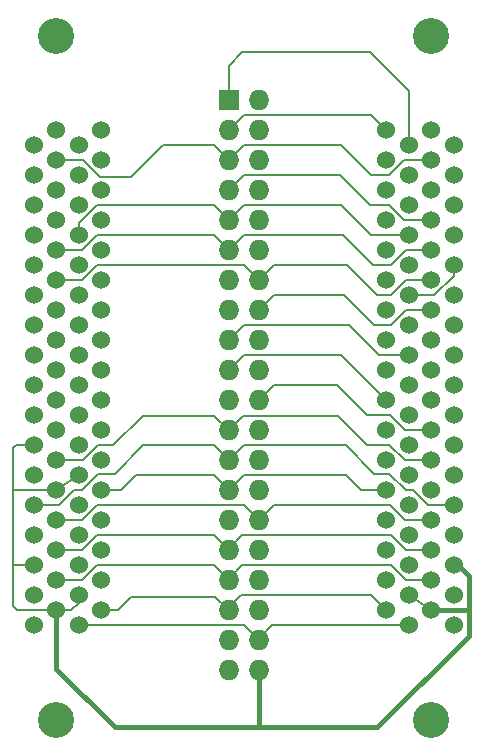
<source format=gbr>
G04 #@! TF.FileFunction,Copper,L1,Top,Signal*
%FSLAX46Y46*%
G04 Gerber Fmt 4.6, Leading zero omitted, Abs format (unit mm)*
G04 Created by KiCad (PCBNEW 4.0.2-stable) date 8/9/2016 1:23:03 AM*
%MOMM*%
G01*
G04 APERTURE LIST*
%ADD10C,0.100000*%
%ADD11C,1.524000*%
%ADD12C,3.048000*%
%ADD13R,1.727200X1.727200*%
%ADD14O,1.727200X1.727200*%
%ADD15C,0.685800*%
%ADD16C,0.203200*%
%ADD17C,0.381000*%
G04 APERTURE END LIST*
D10*
D11*
X125095000Y-104775000D03*
X123190000Y-106045000D03*
X125095000Y-107315000D03*
X123190000Y-108585000D03*
X125095000Y-109855000D03*
X123190000Y-111125000D03*
X125095000Y-112395000D03*
X123190000Y-113665000D03*
X125095000Y-114935000D03*
X123190000Y-116205000D03*
X125095000Y-117475000D03*
X123190000Y-118745000D03*
X125095000Y-120015000D03*
X123190000Y-121285000D03*
X125095000Y-122555000D03*
X125095000Y-125095000D03*
X125095000Y-127635000D03*
X125095000Y-130175000D03*
X123190000Y-123825000D03*
X123190000Y-126365000D03*
X123190000Y-128905000D03*
X123190000Y-131445000D03*
X125095000Y-132715000D03*
X123190000Y-133985000D03*
X125095000Y-135255000D03*
X123190000Y-136525000D03*
X125095000Y-137795000D03*
X123190000Y-139065000D03*
X125095000Y-140335000D03*
X123190000Y-141605000D03*
X125095000Y-142875000D03*
X123190000Y-144145000D03*
X125095000Y-145415000D03*
X123190000Y-146685000D03*
X121285000Y-104775000D03*
X119380000Y-106045000D03*
X121285000Y-107315000D03*
X119380000Y-108585000D03*
X121285000Y-109855000D03*
X119380000Y-111125000D03*
X121285000Y-112395000D03*
X119380000Y-113665000D03*
X121285000Y-114935000D03*
X119380000Y-116205000D03*
X121285000Y-117475000D03*
X119380000Y-118745000D03*
X121285000Y-120015000D03*
X119380000Y-121285000D03*
X121285000Y-122555000D03*
X119380000Y-123825000D03*
X121285000Y-125095000D03*
X119380000Y-126365000D03*
X121285000Y-127635000D03*
X119380000Y-128905000D03*
X121285000Y-130175000D03*
X119380000Y-131445000D03*
X121285000Y-132715000D03*
X119380000Y-133985000D03*
X121285000Y-135255000D03*
X119380000Y-136525000D03*
X121285000Y-137795000D03*
X119380000Y-139065000D03*
X121285000Y-140335000D03*
X119380000Y-141605000D03*
X121285000Y-142875000D03*
X119380000Y-144145000D03*
X121285000Y-145415000D03*
X119380000Y-146685000D03*
X149225000Y-104775000D03*
X151130000Y-106045000D03*
X149225000Y-107315000D03*
X151130000Y-108585000D03*
X149225000Y-109855000D03*
X151130000Y-111125000D03*
X149225000Y-112395000D03*
X151130000Y-113665000D03*
X149225000Y-114935000D03*
X151130000Y-116205000D03*
X149225000Y-117475000D03*
X151130000Y-118745000D03*
X149225000Y-120015000D03*
X151130000Y-121285000D03*
X149225000Y-122555000D03*
X151130000Y-123825000D03*
X149225000Y-125095000D03*
X151130000Y-126365000D03*
X149225000Y-127635000D03*
X151130000Y-128905000D03*
X149225000Y-130175000D03*
X151130000Y-131445000D03*
X149225000Y-132715000D03*
X151130000Y-133985000D03*
X149225000Y-135255000D03*
X151130000Y-136525000D03*
X149225000Y-137795000D03*
X151130000Y-139065000D03*
X149225000Y-140335000D03*
X151130000Y-141605000D03*
X149225000Y-142875000D03*
X151130000Y-144145000D03*
X149225000Y-145415000D03*
X151130000Y-146685000D03*
X153035000Y-104775000D03*
X154940000Y-106045000D03*
X153035000Y-107315000D03*
X154940000Y-108585000D03*
X153035000Y-109855000D03*
X154940000Y-111125000D03*
X153035000Y-112395000D03*
X154940000Y-113665000D03*
X153035000Y-114935000D03*
X154940000Y-116205000D03*
X153035000Y-117475000D03*
X154940000Y-118745000D03*
X153035000Y-120015000D03*
X154940000Y-121285000D03*
X153035000Y-122555000D03*
X154940000Y-123825000D03*
X153035000Y-125095000D03*
X154940000Y-126365000D03*
X153035000Y-127635000D03*
X154940000Y-128905000D03*
X153035000Y-130175000D03*
X154940000Y-131445000D03*
X153035000Y-132715000D03*
X154940000Y-133985000D03*
X153035000Y-135255000D03*
X154940000Y-136525000D03*
X153035000Y-137795000D03*
X154940000Y-139065000D03*
X153035000Y-140335000D03*
X154940000Y-141605000D03*
X153035000Y-142875000D03*
X154940000Y-144145000D03*
X153035000Y-145415000D03*
X154940000Y-146685000D03*
D12*
X153035000Y-154686000D03*
X121285000Y-154686000D03*
X121285000Y-96774000D03*
X153035000Y-96774000D03*
D13*
X135890000Y-102235000D03*
D14*
X138430000Y-102235000D03*
X135890000Y-104775000D03*
X138430000Y-104775000D03*
X135890000Y-107315000D03*
X138430000Y-107315000D03*
X135890000Y-109855000D03*
X138430000Y-109855000D03*
X135890000Y-112395000D03*
X138430000Y-112395000D03*
X135890000Y-114935000D03*
X138430000Y-114935000D03*
X135890000Y-117475000D03*
X138430000Y-117475000D03*
X135890000Y-120015000D03*
X138430000Y-120015000D03*
X135890000Y-122555000D03*
X138430000Y-122555000D03*
X135890000Y-125095000D03*
X138430000Y-125095000D03*
X135890000Y-127635000D03*
X138430000Y-127635000D03*
X135890000Y-130175000D03*
X138430000Y-130175000D03*
X135890000Y-132715000D03*
X138430000Y-132715000D03*
X135890000Y-135255000D03*
X138430000Y-135255000D03*
X135890000Y-137795000D03*
X138430000Y-137795000D03*
X135890000Y-140335000D03*
X138430000Y-140335000D03*
X135890000Y-142875000D03*
X138430000Y-142875000D03*
X135890000Y-145415000D03*
X138430000Y-145415000D03*
X135890000Y-147955000D03*
X138430000Y-147955000D03*
X135890000Y-150495000D03*
X138430000Y-150495000D03*
D15*
X154940000Y-113665000D03*
D16*
X149225000Y-135255000D02*
X147066000Y-135255000D01*
X137160000Y-133985000D02*
X135890000Y-135255000D01*
X145796000Y-133985000D02*
X137160000Y-133985000D01*
X147066000Y-135255000D02*
X145796000Y-133985000D01*
X125095000Y-135255000D02*
X126746000Y-135255000D01*
X134620000Y-133985000D02*
X135890000Y-135255000D01*
X128016000Y-133985000D02*
X134620000Y-133985000D01*
X126746000Y-135255000D02*
X128016000Y-133985000D01*
X135890000Y-145415000D02*
X135890000Y-145161000D01*
X135890000Y-145161000D02*
X136906000Y-144145000D01*
X147955000Y-144145000D02*
X149225000Y-145415000D01*
X136906000Y-144145000D02*
X147955000Y-144145000D01*
X125095000Y-145415000D02*
X126492000Y-145415000D01*
X134747000Y-144272000D02*
X135890000Y-145415000D01*
X127635000Y-144272000D02*
X134747000Y-144272000D01*
X126492000Y-145415000D02*
X127635000Y-144272000D01*
X138430000Y-147955000D02*
X138430000Y-147828000D01*
X138430000Y-147828000D02*
X139573000Y-146685000D01*
X139573000Y-146685000D02*
X151130000Y-146685000D01*
X123190000Y-146685000D02*
X137160000Y-146685000D01*
X137160000Y-146685000D02*
X138430000Y-147955000D01*
X153035000Y-107315000D02*
X150749000Y-107315000D01*
X137160000Y-106045000D02*
X135890000Y-107315000D01*
X145415000Y-106045000D02*
X137160000Y-106045000D01*
X147955000Y-108585000D02*
X145415000Y-106045000D01*
X149479000Y-108585000D02*
X147955000Y-108585000D01*
X150749000Y-107315000D02*
X149479000Y-108585000D01*
X121285000Y-107315000D02*
X123571000Y-107315000D01*
X134620000Y-106045000D02*
X135890000Y-107315000D01*
X130302000Y-106045000D02*
X134620000Y-106045000D01*
X127635000Y-108712000D02*
X130302000Y-106045000D01*
X124968000Y-108712000D02*
X127635000Y-108712000D01*
X123571000Y-107315000D02*
X124968000Y-108712000D01*
X153035000Y-112395000D02*
X150749000Y-112395000D01*
X137160000Y-108585000D02*
X135890000Y-109855000D01*
X145288000Y-108585000D02*
X137160000Y-108585000D01*
X147828000Y-111125000D02*
X145288000Y-108585000D01*
X149479000Y-111125000D02*
X147828000Y-111125000D01*
X150749000Y-112395000D02*
X149987000Y-111633000D01*
X149987000Y-111633000D02*
X149479000Y-111125000D01*
X153035000Y-114935000D02*
X150876000Y-114935000D01*
X137160000Y-113665000D02*
X135890000Y-114935000D01*
X145542000Y-113665000D02*
X137160000Y-113665000D01*
X148082000Y-116205000D02*
X145542000Y-113665000D01*
X149606000Y-116205000D02*
X148082000Y-116205000D01*
X150876000Y-114935000D02*
X149606000Y-116205000D01*
X121285000Y-114935000D02*
X123444000Y-114935000D01*
X134620000Y-113665000D02*
X135890000Y-114935000D01*
X124714000Y-113665000D02*
X134620000Y-113665000D01*
X123444000Y-114935000D02*
X124714000Y-113665000D01*
X138430000Y-117475000D02*
X139700000Y-116205000D01*
X150876000Y-117475000D02*
X153035000Y-117475000D01*
X149606000Y-118745000D02*
X150876000Y-117475000D01*
X148463000Y-118745000D02*
X149606000Y-118745000D01*
X145923000Y-116205000D02*
X148463000Y-118745000D01*
X139700000Y-116205000D02*
X145923000Y-116205000D01*
X121285000Y-117475000D02*
X123444000Y-117475000D01*
X137160000Y-116205000D02*
X138430000Y-117475000D01*
X124714000Y-116205000D02*
X137160000Y-116205000D01*
X123444000Y-117475000D02*
X124714000Y-116205000D01*
X153035000Y-132715000D02*
X150850600Y-132715000D01*
X137134600Y-128930400D02*
X135890000Y-130175000D01*
X145186400Y-128930400D02*
X137134600Y-128930400D01*
X147624800Y-131368800D02*
X145186400Y-128930400D01*
X149504400Y-131368800D02*
X147624800Y-131368800D01*
X150850600Y-132715000D02*
X149504400Y-131368800D01*
X121285000Y-132715000D02*
X123520200Y-132715000D01*
X134645400Y-128930400D02*
X135890000Y-130175000D01*
X128625600Y-128930400D02*
X134645400Y-128930400D01*
X126111000Y-131445000D02*
X128625600Y-128930400D01*
X124790200Y-131445000D02*
X126111000Y-131445000D01*
X123520200Y-132715000D02*
X124790200Y-131445000D01*
X138430000Y-137795000D02*
X137160000Y-136525000D01*
X123494800Y-137795000D02*
X121285000Y-137795000D01*
X124764800Y-136525000D02*
X123494800Y-137795000D01*
X137160000Y-136525000D02*
X124764800Y-136525000D01*
X138430000Y-137795000D02*
X138404600Y-137795000D01*
X153035000Y-137795000D02*
X150799800Y-137795000D01*
X139700000Y-136525000D02*
X138430000Y-137795000D01*
X149529800Y-136525000D02*
X139700000Y-136525000D01*
X150799800Y-137795000D02*
X149529800Y-136525000D01*
X135890000Y-140335000D02*
X135890000Y-140208000D01*
X135890000Y-140208000D02*
X137033000Y-139065000D01*
X150876000Y-140335000D02*
X153035000Y-140335000D01*
X149606000Y-139065000D02*
X150876000Y-140335000D01*
X137033000Y-139065000D02*
X149606000Y-139065000D01*
X121285000Y-140335000D02*
X123444000Y-140335000D01*
X134620000Y-139065000D02*
X135890000Y-140335000D01*
X124714000Y-139065000D02*
X134620000Y-139065000D01*
X123444000Y-140335000D02*
X124714000Y-139065000D01*
X135890000Y-142875000D02*
X135890000Y-142748000D01*
X135890000Y-142748000D02*
X137033000Y-141605000D01*
X150876000Y-142875000D02*
X153035000Y-142875000D01*
X149606000Y-141605000D02*
X150876000Y-142875000D01*
X137033000Y-141605000D02*
X149606000Y-141605000D01*
X121285000Y-142875000D02*
X123444000Y-142875000D01*
X134620000Y-141605000D02*
X135890000Y-142875000D01*
X124714000Y-141605000D02*
X134620000Y-141605000D01*
X123444000Y-142875000D02*
X124714000Y-141605000D01*
X151130000Y-118745000D02*
X153289000Y-118745000D01*
X154940000Y-117094000D02*
X154940000Y-116205000D01*
X153289000Y-118745000D02*
X154940000Y-117094000D01*
X135890000Y-112395000D02*
X137160000Y-111125000D01*
X147955000Y-113665000D02*
X151130000Y-113665000D01*
X145415000Y-111125000D02*
X147955000Y-113665000D01*
X137160000Y-111125000D02*
X145415000Y-111125000D01*
X123190000Y-113665000D02*
X123190000Y-112649000D01*
X134620000Y-111125000D02*
X135890000Y-112395000D01*
X124714000Y-111125000D02*
X134620000Y-111125000D01*
X123190000Y-112649000D02*
X124714000Y-111125000D01*
X121285000Y-135255000D02*
X117602000Y-135255000D01*
D17*
X153035000Y-145415000D02*
X156210000Y-145415000D01*
X155321000Y-141605000D02*
X156210000Y-142494000D01*
X156210000Y-142494000D02*
X156210000Y-145415000D01*
X156210000Y-145415000D02*
X156210000Y-147574000D01*
X148463000Y-155321000D02*
X138430000Y-155321000D01*
X156210000Y-147574000D02*
X148463000Y-155321000D01*
D16*
X151130000Y-144145000D02*
X153035000Y-145415000D01*
X123190000Y-144145000D02*
X123190000Y-144780000D01*
X123190000Y-144780000D02*
X122555000Y-145415000D01*
X122555000Y-145415000D02*
X121285000Y-145415000D01*
D17*
X138430000Y-150495000D02*
X138430000Y-155321000D01*
X121285000Y-145415000D02*
X121285000Y-148590000D01*
X121285000Y-148590000D02*
X121285000Y-150368000D01*
X126238000Y-155321000D02*
X138430000Y-155321000D01*
X121285000Y-150368000D02*
X126238000Y-155321000D01*
D16*
X119380000Y-141605000D02*
X117602000Y-141605000D01*
X119380000Y-131445000D02*
X117856000Y-131445000D01*
X117856000Y-131445000D02*
X117602000Y-131699000D01*
X117602000Y-131699000D02*
X117602000Y-135255000D01*
X117983000Y-145415000D02*
X121285000Y-145415000D01*
X117602000Y-145034000D02*
X117983000Y-145415000D01*
X117602000Y-135255000D02*
X117602000Y-141605000D01*
X117602000Y-141605000D02*
X117602000Y-145034000D01*
X121285000Y-135255000D02*
X123190000Y-133985000D01*
X153035000Y-130175000D02*
X150825200Y-130175000D01*
X139700000Y-126365000D02*
X138430000Y-127635000D01*
X145090164Y-126365000D02*
X139700000Y-126365000D01*
X147630164Y-128905000D02*
X145090164Y-126365000D01*
X149555200Y-128905000D02*
X147630164Y-128905000D01*
X150825200Y-130175000D02*
X149555200Y-128905000D01*
X149225000Y-104775000D02*
X147955000Y-103505000D01*
X137160000Y-103505000D02*
X135890000Y-104775000D01*
X147955000Y-103505000D02*
X137160000Y-103505000D01*
X151130000Y-106045000D02*
X151130000Y-101473000D01*
X135890000Y-99314000D02*
X135890000Y-102235000D01*
X137033000Y-98171000D02*
X135890000Y-99314000D01*
X147828000Y-98171000D02*
X137033000Y-98171000D01*
X151130000Y-101473000D02*
X147828000Y-98171000D01*
X151130000Y-123825000D02*
X148590000Y-123825000D01*
X137160000Y-121285000D02*
X135890000Y-122555000D01*
X146050000Y-121285000D02*
X137160000Y-121285000D01*
X148590000Y-123825000D02*
X146050000Y-121285000D01*
X135890000Y-125095000D02*
X137160000Y-123825000D01*
X145415000Y-123825000D02*
X149225000Y-127635000D01*
X137160000Y-123825000D02*
X145415000Y-123825000D01*
X153035000Y-120015000D02*
X150876000Y-120015000D01*
X139700000Y-118745000D02*
X138430000Y-120015000D01*
X145669000Y-118745000D02*
X139700000Y-118745000D01*
X148209000Y-121285000D02*
X145669000Y-118745000D01*
X149606000Y-121285000D02*
X148209000Y-121285000D01*
X150876000Y-120015000D02*
X149606000Y-121285000D01*
X154940000Y-136525000D02*
X152781000Y-136525000D01*
X137160000Y-131445000D02*
X135890000Y-132715000D01*
X145796000Y-131445000D02*
X137160000Y-131445000D01*
X148209000Y-133858000D02*
X145796000Y-131445000D01*
X149479000Y-133858000D02*
X148209000Y-133858000D01*
X150876000Y-135255000D02*
X149479000Y-133858000D01*
X151511000Y-135255000D02*
X150876000Y-135255000D01*
X152781000Y-136525000D02*
X151511000Y-135255000D01*
X119380000Y-136525000D02*
X121539000Y-136525000D01*
X134620000Y-131445000D02*
X135890000Y-132715000D01*
X128651000Y-131445000D02*
X134620000Y-131445000D01*
X126238000Y-133858000D02*
X128651000Y-131445000D01*
X124841000Y-133858000D02*
X126238000Y-133858000D01*
X123444000Y-135255000D02*
X124841000Y-133858000D01*
X122809000Y-135255000D02*
X123444000Y-135255000D01*
X121539000Y-136525000D02*
X122809000Y-135255000D01*
M02*

</source>
